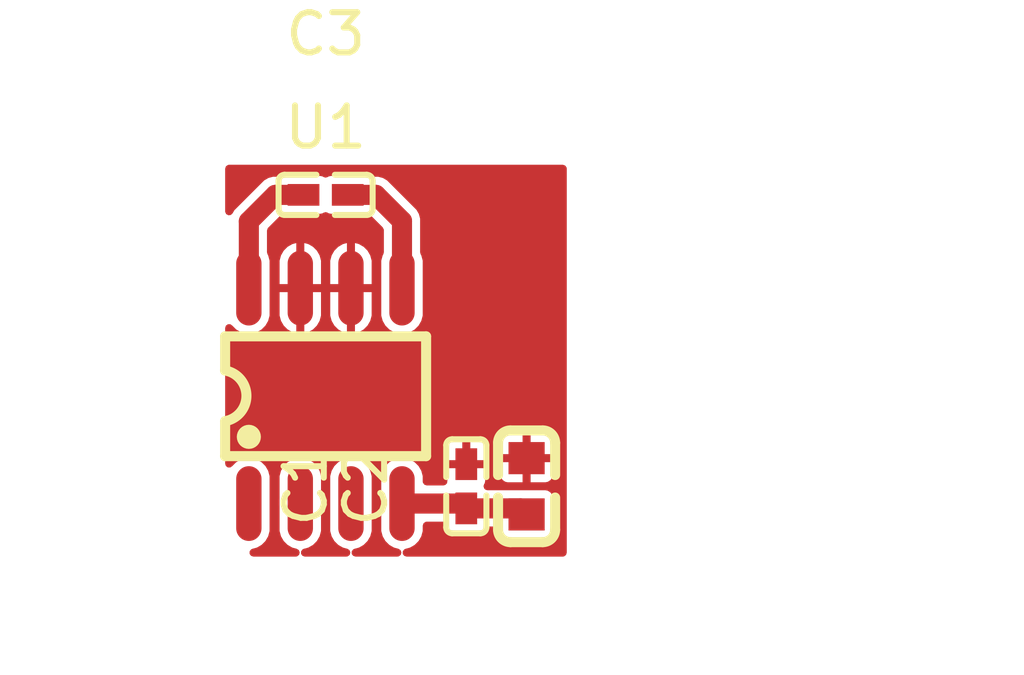
<source format=kicad_pcb>
(kicad_pcb (version 20241229) (generator "pcbnew") (generator_version "9.0")
  (layers (0 "F.Cu" signal) (2 "B.Cu" signal) (13 "F.Paste" user) (15 "B.Paste" user) (5 "F.SilkS" user "F.Silkscreen") (7 "B.SilkS" user "B.Silkscreen") (1 "F.Mask" user) (3 "B.Mask" user) (25 "Edge.Cuts" user))
  (net 0 "")
  (net 1 "net")
  (net 2 "INA")
  (net 3 "INB")
  (net 4 "gnd-1")
  (net 5 "OUTA")
  (net 6 "gnd")
  (net 7 "VDD")
  (footprint "Samsung_Electro_Mechanics_CL05B104KO5NNNC:C0402" (layer "F.Cu") (at 3.5 2.25 90)
    (property "Reference" "C1" (hide yes))
    (property "Value" "100nF ±10% 16V X7R")
    (fp_line (start 1.02 -0.5) (end 0.23 -0.5) (stroke (width 0.15)) (layer "F.SilkS"))
    (fp_line (start -1.02 -0.5) (end -0.23 -0.5) (stroke (width 0.15)) (layer "F.SilkS"))
    (fp_line (start 1.17 0.35) (end 1.17 -0.35) (stroke (width 0.15)) (layer "F.SilkS"))
    (fp_line (start -1.17 0.35) (end -1.17 -0.35) (stroke (width 0.15)) (layer "F.SilkS"))
    (fp_line (start 0.23 0.5) (end 1.02 0.5) (stroke (width 0.15)) (layer "F.SilkS"))
    (fp_line (start -0.23 0.5) (end -1.02 0.5) (stroke (width 0.15)) (layer "F.SilkS"))
    (fp_arc (start 1.02 -0.5) (mid 1.126066 -0.456066) (end 1.17 -0.35) (stroke (width 0.15)) (layer "F.SilkS"))
    (fp_arc (start -1.17 -0.35) (mid -1.126066 -0.456066) (end -1.02 -0.5) (stroke (width 0.15)) (layer "F.SilkS"))
    (fp_arc (start 1.17 0.35) (mid 1.126066 0.456066) (end 1.02 0.5) (stroke (width 0.15)) (layer "F.SilkS"))
    (fp_arc (start -1.02 0.5) (mid -1.126066 0.456066) (end -1.17 0.35) (stroke (width 0.15)) (layer "F.SilkS"))
    (fp_text user "${REFERENCE}" (at 0 -4 90) (layer "F.SilkS"))
    (pad "1" smd rect (at -0.55 0 90) (size 0.79 0.54) (layers "F.Cu" "F.Mask" "F.Paste") (net 7 "VDD"))
    (pad "2" smd rect (at 0.55 0 90) (size 0.79 0.54) (layers "F.Cu" "F.Mask" "F.Paste") (net 6 "gnd"))
  )
  (footprint "FH_0402CG101J500NT:C0402" (layer "F.Cu") (at 0 -5)
    (property "Reference" "C3" (hide yes))
    (property "Value" "100pF ±5% 50V C0G")
    (fp_line (start -1.17 0.35) (end -1.17 -0.35) (stroke (width 0.15)) (layer "F.SilkS"))
    (fp_line (start -1.02 -0.5) (end -0.23 -0.5) (stroke (width 0.15)) (layer "F.SilkS"))
    (fp_line (start -0.23 0.5) (end -1.02 0.5) (stroke (width 0.15)) (layer "F.SilkS"))
    (fp_line (start 0.23 0.5) (end 1.02 0.5) (stroke (width 0.15)) (layer "F.SilkS"))
    (fp_line (start 1.02 -0.5) (end 0.23 -0.5) (stroke (width 0.15)) (layer "F.SilkS"))
    (fp_line (start 1.17 0.35) (end 1.17 -0.35) (stroke (width 0.15)) (layer "F.SilkS"))
    (fp_arc (start -1.17 -0.35) (mid -1.126066 -0.456066) (end -1.02 -0.5) (stroke (width 0.15)) (layer "F.SilkS"))
    (fp_arc (start -1.02 0.5) (mid -1.126066 0.456066) (end -1.17 0.35) (stroke (width 0.15)) (layer "F.SilkS"))
    (fp_arc (start 1.02 -0.5) (mid 1.126066 -0.456066) (end 1.17 -0.35) (stroke (width 0.15)) (layer "F.SilkS"))
    (fp_arc (start 1.17 0.35) (mid 1.126066 0.456066) (end 1.02 0.5) (stroke (width 0.15)) (layer "F.SilkS"))
    (fp_text user "${REFERENCE}" (at 0 -4 0) (layer "F.SilkS"))
    (pad "1" smd rect (at -0.55 0) (size 0.79 0.54) (layers "F.Cu" "F.Mask" "F.Paste") (net 5 "OUTA"))
    (pad "2" smd rect (at 0.55 0) (size 0.79 0.54) (layers "F.Cu" "F.Mask" "F.Paste") (net 4 "gnd-1"))
  )
  (footprint "Samsung_Electro_Mechanics_CL10A475KO8NNNC:C0603" (layer "F.Cu") (at 5 2.25 90)
    (property "Reference" "C2" (hide yes))
    (property "Value" "4.7µF ±10% 16V X5R")
    (fp_line (start 0.28 -0.71) (end 1.08 -0.71) (stroke (width 0.25)) (layer "F.SilkS"))
    (fp_line (start -0.28 -0.71) (end -1.08 -0.71) (stroke (width 0.25)) (layer "F.SilkS"))
    (fp_line (start 1.39 -0.4) (end 1.39 0.4) (stroke (width 0.25)) (layer "F.SilkS"))
    (fp_line (start -1.39 0.4) (end -1.39 -0.4) (stroke (width 0.25)) (layer "F.SilkS"))
    (fp_line (start 0.28 0.71) (end 1.08 0.71) (stroke (width 0.25)) (layer "F.SilkS"))
    (fp_line (start -0.28 0.71) (end -1.08 0.71) (stroke (width 0.25)) (layer "F.SilkS"))
    (fp_arc (start 1.08 -0.71) (mid 1.299203 -0.619203) (end 1.39 -0.4) (stroke (width 0.25)) (layer "F.SilkS"))
    (fp_arc (start -1.39 -0.4) (mid -1.299203 -0.619203) (end -1.08 -0.71) (stroke (width 0.25)) (layer "F.SilkS"))
    (fp_arc (start 1.39 0.4) (mid 1.299203 0.619203) (end 1.08 0.71) (stroke (width 0.25)) (layer "F.SilkS"))
    (fp_arc (start -1.08 0.71) (mid -1.299203 0.619203) (end -1.39 0.4) (stroke (width 0.25)) (layer "F.SilkS"))
    (fp_text user "${REFERENCE}" (at 0 -4 90) (layer "F.SilkS"))
    (pad "1" smd rect (at -0.7 0 90) (size 0.8 0.9) (layers "F.Cu" "F.Mask" "F.Paste") (net 7 "VDD"))
    (pad "2" smd rect (at 0.7 0 90) (size 0.8 0.9) (layers "F.Cu" "F.Mask" "F.Paste") (net 6 "gnd"))
  )
  (footprint "Shenzhen_Fuman_Elec_TC118S:SOP-8_L4.9-W3.9-P1.27-LS6.0-BL" (layer "F.Cu") (at 0 0)
    (property "Reference" "U1" (hide yes))
    (property "Value" "")
    (fp_line (start -2.5 -1.48) (end 2.5 -1.48) (stroke (width 0.25)) (layer "F.SilkS"))
    (fp_line (start -2.5 -0.63) (end -2.5 -1.48) (stroke (width 0.25)) (layer "F.SilkS"))
    (fp_line (start -2.5 0.63) (end -2.5 1.5) (stroke (width 0.25)) (layer "F.SilkS"))
    (fp_line (start -2.5 1.5) (end 2.5 1.5) (stroke (width 0.25)) (layer "F.SilkS"))
    (fp_line (start 2.5 1.5) (end 2.5 -1.48) (stroke (width 0.25)) (layer "F.SilkS"))
    (fp_arc (start -2.5 -0.63) (mid -1.970474 -0.002632) (end -2.494818 0.629073) (stroke (width 0.25)) (layer "F.SilkS"))
    (fp_circle (center -1.91 1.02) (end -1.76 1.02) (stroke (width 0.3)) (fill no) (layer "F.SilkS"))
    (fp_text user "${REFERENCE}" (at 0 -6.68 0) (layer "F.SilkS"))
    (pad "1" smd oval (at -1.91 2.68) (size 0.63 1.86) (layers "F.Cu" "F.Mask" "F.Paste") (net 1 "net"))
    (pad "2" smd oval (at -0.63 2.68) (size 0.63 1.86) (layers "F.Cu" "F.Mask" "F.Paste") (net 2 "INA"))
    (pad "3" smd oval (at 0.63 2.68) (size 0.63 1.86) (layers "F.Cu" "F.Mask" "F.Paste") (net 3 "INB"))
    (pad "4" smd oval (at 1.9 2.68) (size 0.63 1.86) (layers "F.Cu" "F.Mask" "F.Paste") (net 7 "VDD"))
    (pad "5" smd oval (at 1.9 -2.68) (size 0.63 1.86) (layers "F.Cu" "F.Mask" "F.Paste") (net 4 "gnd-1"))
    (pad "6" smd oval (at 0.63 -2.68) (size 0.63 1.86) (layers "F.Cu" "F.Mask" "F.Paste") (net 6 "gnd"))
    (pad "7" smd oval (at -0.63 -2.68) (size 0.63 1.86) (layers "F.Cu" "F.Mask" "F.Paste") (net 6 "gnd"))
    (pad "8" smd oval (at -1.91 -2.68) (size 0.63 1.86) (layers "F.Cu" "F.Mask" "F.Paste") (net 5 "OUTA"))
  )
  (segment (start 1.9 -2.68) (end 1.9 -4.35) (width 0.5) (layer "F.Cu") (net 4))
  (segment (start 1.25 -5) (end 0.55 -5) (width 0.5) (layer "F.Cu") (net 4))
  (segment (start 1.9 -4.35) (end 1.25 -5) (width 0.5) (layer "F.Cu") (net 4))
  (segment (start -1.91 -2.68) (end -1.91 -4.34) (width 0.5) (layer "F.Cu") (net 5))
  (segment (start -1.25 -5) (end -0.55 -5) (width 0.5) (layer "F.Cu") (net 5))
  (segment (start -1.91 -4.34) (end -1.25 -5) (width 0.5) (layer "F.Cu") (net 5))
  (segment (start 3.5 2.8) (end 4.85 2.8) (width 0.5) (layer "F.Cu") (net 7))
  (segment (start 3.38 2.68) (end 3.5 2.8) (width 0.5) (layer "F.Cu") (net 7))
  (segment (start 4.85 2.8) (end 5 2.95) (width 0.5) (layer "F.Cu") (net 7))
  (segment (start 1.9 2.68) (end 3.38 2.68) (width 0.5) (layer "F.Cu") (net 7))
  (zone (net 6) (net_name "gnd") (layer "F.Cu") (connect_pads (clearance 0.2)) (min_thickness 0.2) (fill yes (thermal_gap 0.2) (thermal_bridge_width 0.2))
    (polygon (pts (xy -2.5 -5.75) (xy -2.5 4) (xy 6 4) (xy 6 -5.75)))
  )
)
</source>
